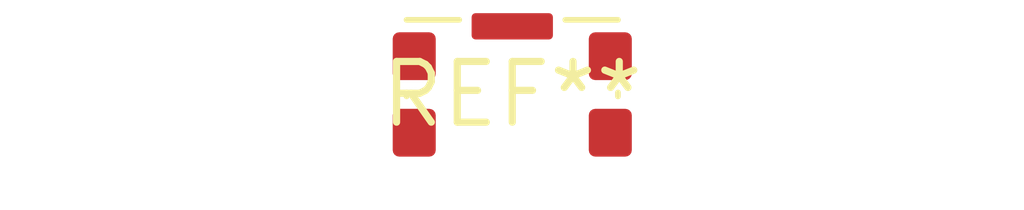
<source format=kicad_pcb>
(kicad_pcb (version 20240108) (generator pcbnew)
  (layers (0 "F.Cu" signal) (31 "B.Cu" signal) (34 "B.Paste" user) (35 "F.Paste" user) (36 "B.SilkS" user "B.Silkscreen") (37 "F.SilkS" user "F.Silkscreen") (38 "B.Mask" user) (39 "F.Mask" user) (44 "Edge.Cuts" user))
  (net 0 "")
  (footprint "SW_SPST_CK_KMS2xxG" (layer "F.Cu") (at 0 0)
    (property "Reference" "REF**")
    (property "Value" "SW_SPST_CK_KMS2xxG")
    (fp_line (start -2.21 -1.56) (end -1.11 -1.56) (layer "F.SilkS") (stroke (width 0.12)))
    (fp_line (start -2.21 -0.04) (end -2.21 0.04) (layer "F.SilkS") (stroke (width 0.12)))
    (fp_line (start 1.11 -1.56) (end 2.21 -1.56) (layer "F.SilkS") (stroke (width 0.12)))
    (fp_line (start 2.21 -0.04) (end 2.21 0.04) (layer "F.SilkS") (stroke (width 0.12)))
    (pad "1" smd roundrect (at -2.05 -0.8) (size 0.9 1) (layers "F.Cu" "F.Paste" "F.Mask") (roundrect_rratio 0.15))
    (pad "1" smd roundrect (at 2.05 -0.8) (size 0.9 1) (layers "F.Cu" "F.Paste" "F.Mask") (roundrect_rratio 0.15))
    (pad "2" smd roundrect (at -2.05 0.8) (size 0.9 1) (layers "F.Cu" "F.Paste" "F.Mask") (roundrect_rratio 0.15))
    (pad "2" smd roundrect (at 2.05 0.8) (size 0.9 1) (layers "F.Cu" "F.Paste" "F.Mask") (roundrect_rratio 0.15))
    (pad "SH" smd roundrect (at 0 -1.425) (size 1.7 0.55) (layers "F.Cu" "F.Paste" "F.Mask") (roundrect_rratio 0.15))
  )
)
</source>
